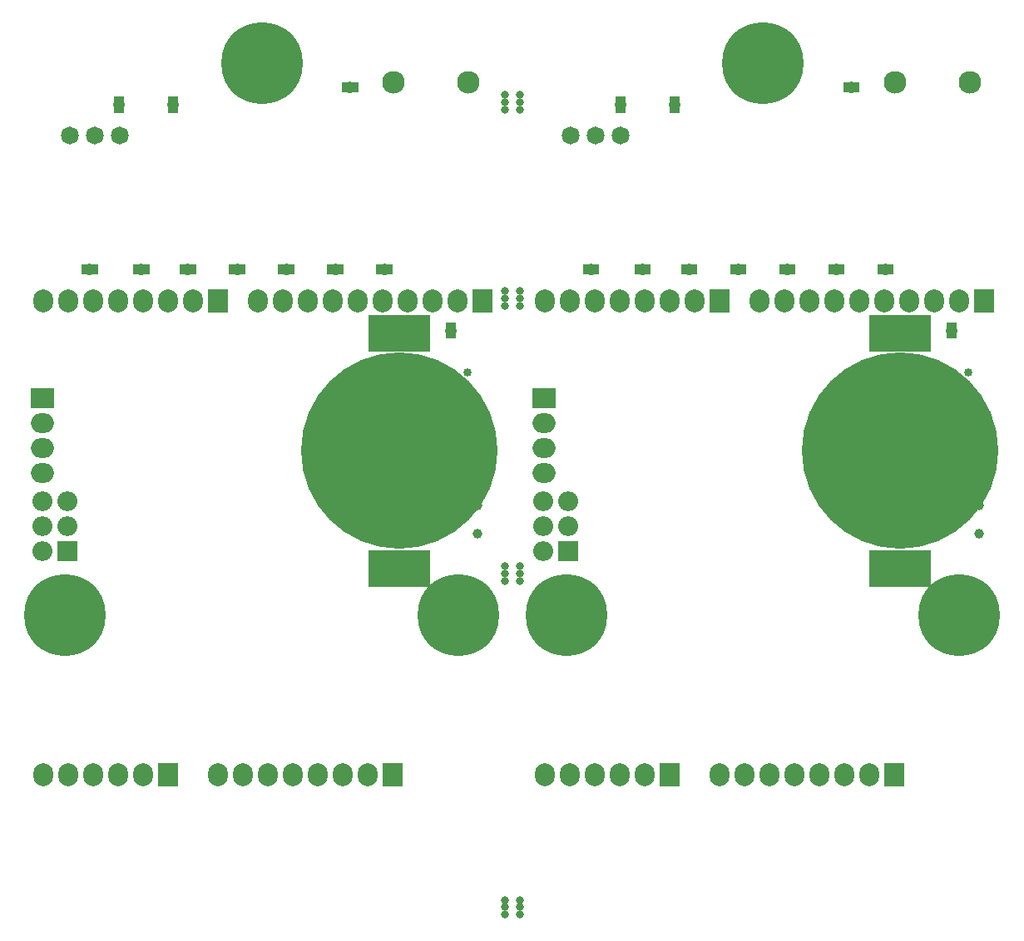
<source format=gts>
G04 #@! TF.FileFunction,Soldermask,Top*
%FSLAX46Y46*%
G04 Gerber Fmt 4.6, Leading zero omitted, Abs format (unit mm)*
G04 Created by KiCad (PCBNEW 4.0.0-rc1-stable) date 9/27/2016 10:31:33 AM*
%MOMM*%
G01*
G04 APERTURE LIST*
%ADD10C,0.100000*%
%ADD11C,0.150000*%
%ADD12R,2.332000X2.027200*%
%ADD13O,2.332000X2.027200*%
%ADD14R,1.100000X0.900000*%
%ADD15R,0.900000X1.100000*%
%ADD16C,0.850000*%
%ADD17C,1.824000*%
%ADD18C,8.300000*%
%ADD19C,1.000000*%
%ADD20R,6.300000X3.800000*%
%ADD21C,20.000000*%
%ADD22R,2.027200X2.027200*%
%ADD23O,2.027200X2.027200*%
%ADD24R,2.027200X2.332000*%
%ADD25O,2.027200X2.332000*%
%ADD26C,0.800000*%
%ADD27C,2.300000*%
G04 APERTURE END LIST*
D10*
D11*
X115508000Y-65123000D02*
X115508000Y-65377000D01*
X114492000Y-65377000D02*
X114492000Y-65123000D01*
X115508000Y-65377000D02*
X114492000Y-65377000D01*
X114492000Y-65250000D02*
X115508000Y-65250000D01*
X115508000Y-65123000D02*
X114492000Y-65123000D01*
X121008000Y-65123000D02*
X121008000Y-65377000D01*
X119992000Y-65377000D02*
X119992000Y-65123000D01*
X121008000Y-65377000D02*
X119992000Y-65377000D01*
X119992000Y-65250000D02*
X121008000Y-65250000D01*
X121008000Y-65123000D02*
X119992000Y-65123000D01*
X149258000Y-88123000D02*
X149258000Y-88377000D01*
X148242000Y-88377000D02*
X148242000Y-88123000D01*
X149258000Y-88377000D02*
X148242000Y-88377000D01*
X148242000Y-88250000D02*
X149258000Y-88250000D01*
X149258000Y-88123000D02*
X148242000Y-88123000D01*
X138627000Y-64008000D02*
X138373000Y-64008000D01*
X138373000Y-62992000D02*
X138627000Y-62992000D01*
X138373000Y-64008000D02*
X138373000Y-62992000D01*
X138500000Y-62992000D02*
X138500000Y-64008000D01*
X138627000Y-64008000D02*
X138627000Y-62992000D01*
X111873000Y-81492000D02*
X112127000Y-81492000D01*
X112127000Y-82508000D02*
X111873000Y-82508000D01*
X112127000Y-81492000D02*
X112127000Y-82508000D01*
X112000000Y-82508000D02*
X112000000Y-81492000D01*
X111873000Y-81492000D02*
X111873000Y-82508000D01*
X117123000Y-81492000D02*
X117377000Y-81492000D01*
X117377000Y-82508000D02*
X117123000Y-82508000D01*
X117377000Y-81492000D02*
X117377000Y-82508000D01*
X117250000Y-82508000D02*
X117250000Y-81492000D01*
X117123000Y-81492000D02*
X117123000Y-82508000D01*
X121873000Y-81492000D02*
X122127000Y-81492000D01*
X122127000Y-82508000D02*
X121873000Y-82508000D01*
X122127000Y-81492000D02*
X122127000Y-82508000D01*
X122000000Y-82508000D02*
X122000000Y-81492000D01*
X121873000Y-81492000D02*
X121873000Y-82508000D01*
X126873000Y-81492000D02*
X127127000Y-81492000D01*
X127127000Y-82508000D02*
X126873000Y-82508000D01*
X127127000Y-81492000D02*
X127127000Y-82508000D01*
X127000000Y-82508000D02*
X127000000Y-81492000D01*
X126873000Y-81492000D02*
X126873000Y-82508000D01*
X131873000Y-81492000D02*
X132127000Y-81492000D01*
X132127000Y-82508000D02*
X131873000Y-82508000D01*
X132127000Y-81492000D02*
X132127000Y-82508000D01*
X132000000Y-82508000D02*
X132000000Y-81492000D01*
X131873000Y-81492000D02*
X131873000Y-82508000D01*
X136873000Y-81492000D02*
X137127000Y-81492000D01*
X137127000Y-82508000D02*
X136873000Y-82508000D01*
X137127000Y-81492000D02*
X137127000Y-82508000D01*
X137000000Y-82508000D02*
X137000000Y-81492000D01*
X136873000Y-81492000D02*
X136873000Y-82508000D01*
X141873000Y-81492000D02*
X142127000Y-81492000D01*
X142127000Y-82508000D02*
X141873000Y-82508000D01*
X142127000Y-81492000D02*
X142127000Y-82508000D01*
X142000000Y-82508000D02*
X142000000Y-81492000D01*
X141873000Y-81492000D02*
X141873000Y-82508000D01*
X90873000Y-81492000D02*
X91127000Y-81492000D01*
X91127000Y-82508000D02*
X90873000Y-82508000D01*
X91127000Y-81492000D02*
X91127000Y-82508000D01*
X91000000Y-82508000D02*
X91000000Y-81492000D01*
X90873000Y-81492000D02*
X90873000Y-82508000D01*
X85873000Y-81492000D02*
X86127000Y-81492000D01*
X86127000Y-82508000D02*
X85873000Y-82508000D01*
X86127000Y-81492000D02*
X86127000Y-82508000D01*
X86000000Y-82508000D02*
X86000000Y-81492000D01*
X85873000Y-81492000D02*
X85873000Y-82508000D01*
X80873000Y-81492000D02*
X81127000Y-81492000D01*
X81127000Y-82508000D02*
X80873000Y-82508000D01*
X81127000Y-81492000D02*
X81127000Y-82508000D01*
X81000000Y-82508000D02*
X81000000Y-81492000D01*
X80873000Y-81492000D02*
X80873000Y-82508000D01*
X75873000Y-81492000D02*
X76127000Y-81492000D01*
X76127000Y-82508000D02*
X75873000Y-82508000D01*
X76127000Y-81492000D02*
X76127000Y-82508000D01*
X76000000Y-82508000D02*
X76000000Y-81492000D01*
X75873000Y-81492000D02*
X75873000Y-82508000D01*
X70873000Y-81492000D02*
X71127000Y-81492000D01*
X71127000Y-82508000D02*
X70873000Y-82508000D01*
X71127000Y-81492000D02*
X71127000Y-82508000D01*
X71000000Y-82508000D02*
X71000000Y-81492000D01*
X70873000Y-81492000D02*
X70873000Y-82508000D01*
X66123000Y-81492000D02*
X66377000Y-81492000D01*
X66377000Y-82508000D02*
X66123000Y-82508000D01*
X66377000Y-81492000D02*
X66377000Y-82508000D01*
X66250000Y-82508000D02*
X66250000Y-81492000D01*
X66123000Y-81492000D02*
X66123000Y-82508000D01*
X60873000Y-81492000D02*
X61127000Y-81492000D01*
X61127000Y-82508000D02*
X60873000Y-82508000D01*
X61127000Y-81492000D02*
X61127000Y-82508000D01*
X61000000Y-82508000D02*
X61000000Y-81492000D01*
X60873000Y-81492000D02*
X60873000Y-82508000D01*
X87627000Y-64008000D02*
X87373000Y-64008000D01*
X87373000Y-62992000D02*
X87627000Y-62992000D01*
X87373000Y-64008000D02*
X87373000Y-62992000D01*
X87500000Y-62992000D02*
X87500000Y-64008000D01*
X87627000Y-64008000D02*
X87627000Y-62992000D01*
X98258000Y-88123000D02*
X98258000Y-88377000D01*
X97242000Y-88377000D02*
X97242000Y-88123000D01*
X98258000Y-88377000D02*
X97242000Y-88377000D01*
X97242000Y-88250000D02*
X98258000Y-88250000D01*
X98258000Y-88123000D02*
X97242000Y-88123000D01*
X70008000Y-65123000D02*
X70008000Y-65377000D01*
X68992000Y-65377000D02*
X68992000Y-65123000D01*
X70008000Y-65377000D02*
X68992000Y-65377000D01*
X68992000Y-65250000D02*
X70008000Y-65250000D01*
X70008000Y-65123000D02*
X68992000Y-65123000D01*
X64508000Y-65123000D02*
X64508000Y-65377000D01*
X63492000Y-65377000D02*
X63492000Y-65123000D01*
X64508000Y-65377000D02*
X63492000Y-65377000D01*
X63492000Y-65250000D02*
X64508000Y-65250000D01*
X64508000Y-65123000D02*
X63492000Y-65123000D01*
D12*
X107226000Y-95154000D03*
D13*
X107226000Y-97694000D03*
X107226000Y-100234000D03*
X107226000Y-102774000D03*
D14*
X115000000Y-64850000D03*
X115000000Y-65650000D03*
X120500000Y-64850000D03*
X120500000Y-65650000D03*
X148750000Y-87850000D03*
X148750000Y-88650000D03*
D15*
X138900000Y-63500000D03*
X138100000Y-63500000D03*
X111600000Y-82000000D03*
X112400000Y-82000000D03*
X116850000Y-82000000D03*
X117650000Y-82000000D03*
X121600000Y-82000000D03*
X122400000Y-82000000D03*
X126600000Y-82000000D03*
X127400000Y-82000000D03*
X131600000Y-82000000D03*
X132400000Y-82000000D03*
X136600000Y-82000000D03*
X137400000Y-82000000D03*
X141600000Y-82000000D03*
X142400000Y-82000000D03*
D16*
X150415000Y-92519000D03*
X150415000Y-96519000D03*
D17*
X115040000Y-68350000D03*
X112500000Y-68350000D03*
X109960000Y-68350000D03*
D18*
X129500000Y-61000000D03*
D19*
X126500000Y-61000000D03*
X127378680Y-63121320D03*
X129500000Y-64000000D03*
X131621320Y-63121320D03*
X132500000Y-61000000D03*
X131621320Y-58878680D03*
X129500000Y-58000000D03*
X127378680Y-58878680D03*
D18*
X149500000Y-117250000D03*
D19*
X146500000Y-117250000D03*
X147378680Y-119371320D03*
X149500000Y-120250000D03*
X151621320Y-119371320D03*
X152500000Y-117250000D03*
X151621320Y-115128680D03*
X149500000Y-114250000D03*
X147378680Y-115128680D03*
D18*
X109500000Y-117250000D03*
D19*
X106500000Y-117250000D03*
X107378680Y-119371320D03*
X109500000Y-120250000D03*
X111621320Y-119371320D03*
X112500000Y-117250000D03*
X111621320Y-115128680D03*
X109500000Y-114250000D03*
X107378680Y-115128680D03*
D20*
X143500000Y-88500000D03*
D21*
X143500000Y-100500000D03*
D20*
X143500000Y-112500000D03*
D19*
X151500000Y-108950000D03*
X151500000Y-106050000D03*
D22*
X109695487Y-110730013D03*
D23*
X107155487Y-110730013D03*
X109695487Y-108190013D03*
X107155487Y-108190013D03*
X109695487Y-105650013D03*
X107155487Y-105650013D03*
D24*
X125076000Y-85240000D03*
D25*
X122536000Y-85240000D03*
X119996000Y-85240000D03*
X117456000Y-85240000D03*
X114916000Y-85240000D03*
X112376000Y-85240000D03*
X109836000Y-85240000D03*
X107296000Y-85240000D03*
D24*
X152000000Y-85240000D03*
D25*
X149460000Y-85240000D03*
X146920000Y-85240000D03*
X144380000Y-85240000D03*
X141840000Y-85240000D03*
X139300000Y-85240000D03*
X136760000Y-85240000D03*
X134220000Y-85240000D03*
X131680000Y-85240000D03*
X129140000Y-85240000D03*
D24*
X119996000Y-133500000D03*
D25*
X117456000Y-133500000D03*
X114916000Y-133500000D03*
X112376000Y-133500000D03*
X109836000Y-133500000D03*
X107296000Y-133500000D03*
D24*
X142856000Y-133500000D03*
D25*
X140316000Y-133500000D03*
X137776000Y-133500000D03*
X135236000Y-133500000D03*
X132696000Y-133500000D03*
X130156000Y-133500000D03*
X127616000Y-133500000D03*
X125076000Y-133500000D03*
D24*
X91856000Y-133500000D03*
D25*
X89316000Y-133500000D03*
X86776000Y-133500000D03*
X84236000Y-133500000D03*
X81696000Y-133500000D03*
X79156000Y-133500000D03*
X76616000Y-133500000D03*
X74076000Y-133500000D03*
D24*
X68996000Y-133500000D03*
D25*
X66456000Y-133500000D03*
X63916000Y-133500000D03*
X61376000Y-133500000D03*
X58836000Y-133500000D03*
X56296000Y-133500000D03*
D24*
X101000000Y-85240000D03*
D25*
X98460000Y-85240000D03*
X95920000Y-85240000D03*
X93380000Y-85240000D03*
X90840000Y-85240000D03*
X88300000Y-85240000D03*
X85760000Y-85240000D03*
X83220000Y-85240000D03*
X80680000Y-85240000D03*
X78140000Y-85240000D03*
D24*
X74076000Y-85240000D03*
D25*
X71536000Y-85240000D03*
X68996000Y-85240000D03*
X66456000Y-85240000D03*
X63916000Y-85240000D03*
X61376000Y-85240000D03*
X58836000Y-85240000D03*
X56296000Y-85240000D03*
D22*
X58695487Y-110730013D03*
D23*
X56155487Y-110730013D03*
X58695487Y-108190013D03*
X56155487Y-108190013D03*
X58695487Y-105650013D03*
X56155487Y-105650013D03*
D19*
X100500000Y-108950000D03*
X100500000Y-106050000D03*
D20*
X92500000Y-88500000D03*
D21*
X92500000Y-100500000D03*
D20*
X92500000Y-112500000D03*
D18*
X58500000Y-117250000D03*
D19*
X55500000Y-117250000D03*
X56378680Y-119371320D03*
X58500000Y-120250000D03*
X60621320Y-119371320D03*
X61500000Y-117250000D03*
X60621320Y-115128680D03*
X58500000Y-114250000D03*
X56378680Y-115128680D03*
D18*
X98500000Y-117250000D03*
D19*
X95500000Y-117250000D03*
X96378680Y-119371320D03*
X98500000Y-120250000D03*
X100621320Y-119371320D03*
X101500000Y-117250000D03*
X100621320Y-115128680D03*
X98500000Y-114250000D03*
X96378680Y-115128680D03*
D18*
X78500000Y-61000000D03*
D19*
X75500000Y-61000000D03*
X76378680Y-63121320D03*
X78500000Y-64000000D03*
X80621320Y-63121320D03*
X81500000Y-61000000D03*
X80621320Y-58878680D03*
X78500000Y-58000000D03*
X76378680Y-58878680D03*
D17*
X64040000Y-68350000D03*
X61500000Y-68350000D03*
X58960000Y-68350000D03*
D16*
X99415000Y-92519000D03*
X99415000Y-96519000D03*
D15*
X90600000Y-82000000D03*
X91400000Y-82000000D03*
X85600000Y-82000000D03*
X86400000Y-82000000D03*
X80600000Y-82000000D03*
X81400000Y-82000000D03*
X75600000Y-82000000D03*
X76400000Y-82000000D03*
X70600000Y-82000000D03*
X71400000Y-82000000D03*
X65850000Y-82000000D03*
X66650000Y-82000000D03*
X60600000Y-82000000D03*
X61400000Y-82000000D03*
X87900000Y-63500000D03*
X87100000Y-63500000D03*
D14*
X97750000Y-87850000D03*
X97750000Y-88650000D03*
X69500000Y-64850000D03*
X69500000Y-65650000D03*
X64000000Y-64850000D03*
X64000000Y-65650000D03*
D12*
X56226000Y-95154000D03*
D13*
X56226000Y-97694000D03*
X56226000Y-100234000D03*
X56226000Y-102774000D03*
D26*
X103250000Y-65000000D03*
X104750000Y-65000000D03*
X103250000Y-64250000D03*
X103250000Y-65750000D03*
X104750000Y-65750000D03*
X104750000Y-64250000D03*
X103250000Y-147000000D03*
X104750000Y-147000000D03*
X103250000Y-146250000D03*
X103250000Y-147750000D03*
X104750000Y-147750000D03*
X104750000Y-146250000D03*
X103250000Y-113000000D03*
X104750000Y-113000000D03*
X103250000Y-112250000D03*
X103250000Y-113750000D03*
X104750000Y-113750000D03*
X104750000Y-112250000D03*
X103250000Y-85000000D03*
X104750000Y-85000000D03*
X103250000Y-84250000D03*
X103250000Y-85750000D03*
X104750000Y-85750000D03*
X104750000Y-84250000D03*
D27*
X91940000Y-63000000D03*
X99560000Y-63000000D03*
X142940000Y-63000000D03*
X150560000Y-63000000D03*
M02*

</source>
